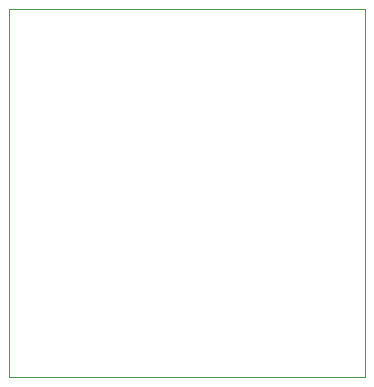
<source format=gbr>
%TF.GenerationSoftware,KiCad,Pcbnew,8.0.4+dfsg-1*%
%TF.CreationDate,2024-12-23T16:36:02+01:00*%
%TF.ProjectId,CMIO-DSI-Adapter,434d494f-2d44-4534-992d-416461707465,rev?*%
%TF.SameCoordinates,Original*%
%TF.FileFunction,Profile,NP*%
%FSLAX46Y46*%
G04 Gerber Fmt 4.6, Leading zero omitted, Abs format (unit mm)*
G04 Created by KiCad (PCBNEW 8.0.4+dfsg-1) date 2024-12-23 16:36:02*
%MOMM*%
%LPD*%
G01*
G04 APERTURE LIST*
%TA.AperFunction,Profile*%
%ADD10C,0.050000*%
%TD*%
G04 APERTURE END LIST*
D10*
X14300000Y-12500000D02*
X44400000Y-12500000D01*
X44400000Y-43700000D01*
X14300000Y-43700000D01*
X14300000Y-12500000D01*
M02*

</source>
